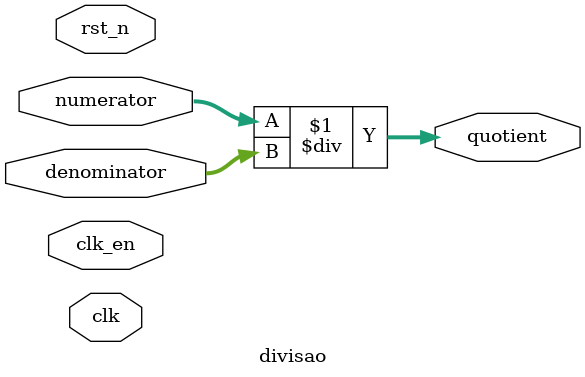
<source format=v>
`timescale 1 ps/1 ps

module divisao (
	input clk,    // Clock
	input clk_en, // Clock Enable
	input rst_n,  // Asynchronous reset active low
	input [31:0] numerator,
	input [31:0] denominator,
	output [31:0] quotient
	
);

	assign quotient = numerator / denominator;



endmodule
</source>
